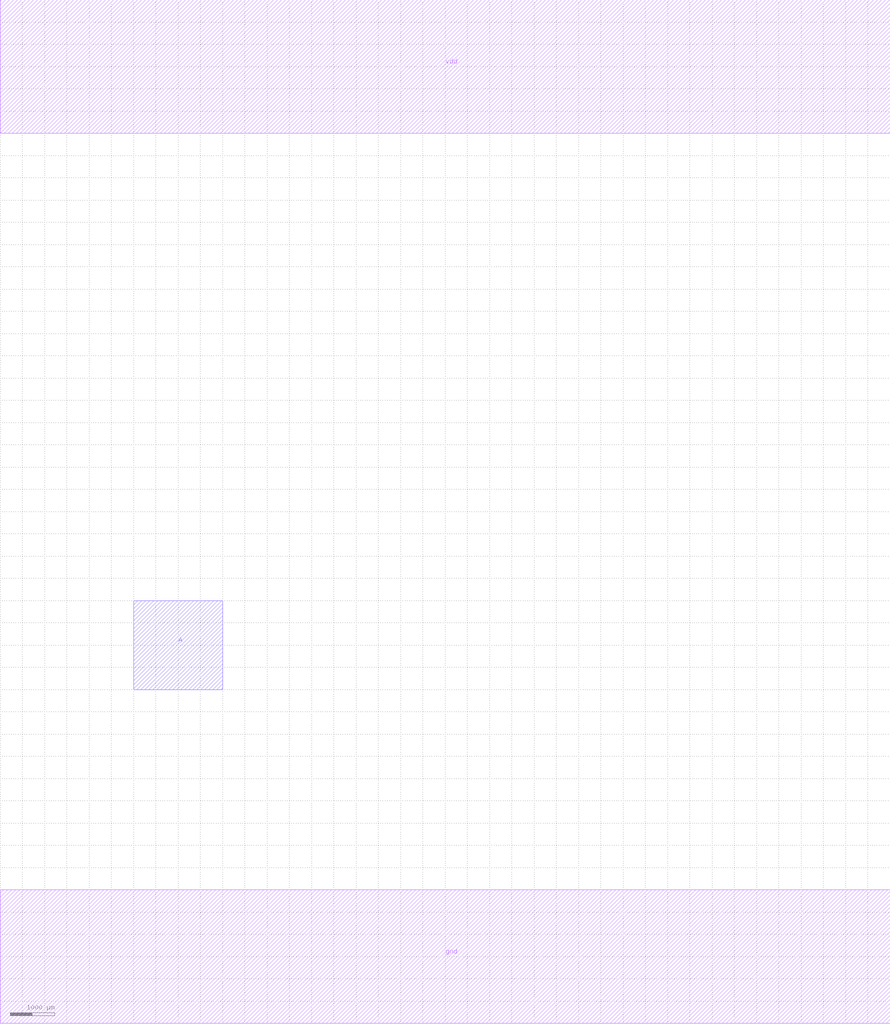
<source format=lef>
MACRO INVX8
 CLASS CORE ;
 ORIGIN 0 0 ;
 FOREIGN INVX8 0 0 ;
 SITE CORE ;
 SYMMETRY X Y R90 ;
  PIN vdd
   DIRECTION INOUT ;
   USE SIGNAL ;
   SHAPE ABUTMENT ;
    PORT
     CLASS CORE ;
       LAYER metal1 ;
        RECT 0.00000000 18500.00000000 20000.00000000 21500.00000000 ;
    END
  END vdd

  PIN gnd
   DIRECTION INOUT ;
   USE SIGNAL ;
   SHAPE ABUTMENT ;
    PORT
     CLASS CORE ;
       LAYER metal1 ;
        RECT 0.00000000 -1500.00000000 20000.00000000 1500.00000000 ;
    END
  END gnd

  PIN A
   DIRECTION INOUT ;
   USE SIGNAL ;
   SHAPE ABUTMENT ;
    PORT
     CLASS CORE ;
       LAYER metal2 ;
        RECT 3000.00000000 6000.00000000 5000.00000000 8000.00000000 ;
    END
  END A


END INVX8

</source>
